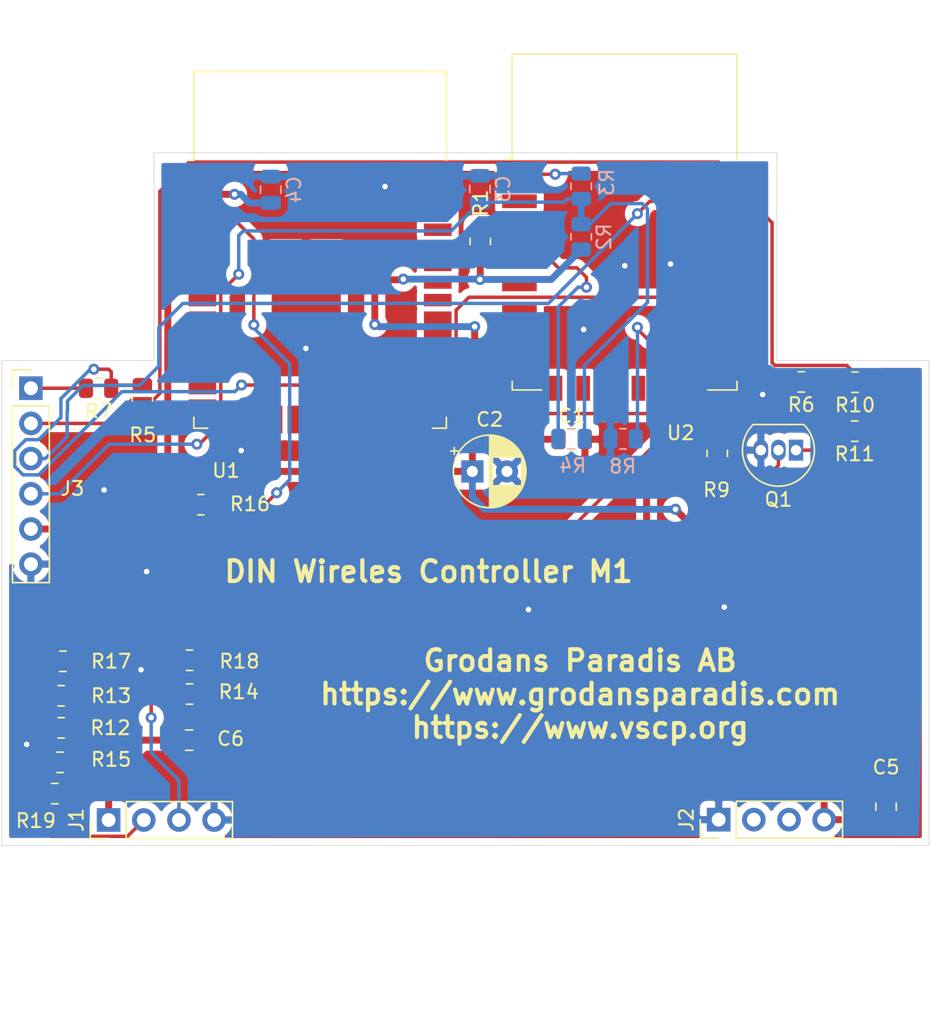
<source format=kicad_pcb>
(kicad_pcb (version 20171130) (host pcbnew 5.1.9+dfsg1-1)
  (layers (0 F.Cu signal) (31 B.Cu signal) (34 B.Paste user) (35 F.Paste user) (36 B.SilkS user) (37 F.SilkS user) (38 B.Mask user) (39 F.Mask user) (44 Edge.Cuts user))
  (net 0 "")
  (net 1 "Net-(J1-Pad3)")
  (net 2 "Net-(J1-Pad2)")
  (net 3 "Net-(J2-Pad3)")
  (net 4 "Net-(J2-Pad2)")
  (net 5 "Net-(Q1-Pad1)")
  (net 6 "Net-(U1-Pad37)")
  (net 7 "Net-(U1-Pad36)")
  (net 8 "Net-(U1-Pad35)")
  (net 9 "Net-(U1-Pad34)")
  (net 10 "Net-(U1-Pad33)")
  (net 11 "Net-(U1-Pad32)")
  (net 12 "Net-(U1-Pad31)")
  (net 13 "Net-(U1-Pad30)")
  (net 14 "Net-(U1-Pad29)")
  (net 15 "Net-(U1-Pad28)")
  (net 16 "Net-(U1-Pad27)")
  (net 17 "Net-(U1-Pad26)")
  (net 18 "Net-(U1-Pad25)")
  (net 19 "Net-(U1-Pad24)")
  (net 20 "Net-(U1-Pad23)")
  (net 21 "Net-(U1-Pad22)")
  (net 22 "Net-(U1-Pad21)")
  (net 23 "Net-(U1-Pad20)")
  (net 24 "Net-(U1-Pad19)")
  (net 25 "Net-(U1-Pad18)")
  (net 26 "Net-(U1-Pad17)")
  (net 27 "Net-(U1-Pad16)")
  (net 28 "Net-(U1-Pad14)")
  (net 29 "Net-(U1-Pad13)")
  (net 30 "Net-(U1-Pad12)")
  (net 31 "Net-(U1-Pad11)")
  (net 32 "Net-(U1-Pad10)")
  (net 33 "Net-(U1-Pad9)")
  (net 34 "Net-(U1-Pad8)")
  (net 35 "Net-(U1-Pad7)")
  (net 36 "Net-(U1-Pad6)")
  (net 37 "Net-(U1-Pad5)")
  (net 38 "Net-(U1-Pad4)")
  (net 39 GND)
  (net 40 VCC)
  (net 41 /RESET)
  (net 42 VDD)
  (net 43 "Net-(R1-Pad2)")
  (net 44 "Net-(R3-Pad1)")
  (net 45 "Net-(R4-Pad2)")
  (net 46 "Net-(R5-Pad2)")
  (net 47 "Net-(R6-Pad2)")
  (net 48 /FLASH)
  (net 49 "Net-(R8-Pad2)")
  (net 50 /RXD)
  (net 51 "Net-(R13-Pad2)")
  (net 52 "Net-(R14-Pad2)")
  (net 53 "Net-(R15-Pad1)")
  (net 54 "Net-(R16-Pad2)")
  (net 55 /TXD)
  (net 56 "Net-(U2-Pad20)")
  (net 57 "Net-(U2-Pad19)")
  (net 58 "Net-(U2-Pad14)")
  (net 59 "Net-(U2-Pad13)")
  (net 60 "Net-(U2-Pad12)")
  (net 61 "Net-(U2-Pad11)")
  (net 62 "Net-(U2-Pad10)")
  (net 63 "Net-(U2-Pad9)")
  (net 64 "Net-(U2-Pad7)")
  (net 65 "Net-(U2-Pad6)")
  (net 66 "Net-(U2-Pad5)")
  (net 67 "Net-(U2-Pad2)")
  (module Connector_PinHeader_2.54mm:PinHeader_1x06_P2.54mm_Vertical (layer F.Cu) (at 72.1106 86.995)
    (fp_text reference J3 (at 2.9972 7.239) (layer F.SilkS))
    (fp_text value Conn_01x06 hide)
    (pad 6 thru_hole oval (at 0 12.7) (size 1.7 1.7) (drill 1) (layers *.Cu *.Mask) (net 39 GND))
    (pad 5 thru_hole oval (at 0 10.16) (size 1.7 1.7) (drill 1) (layers *.Cu *.Mask) (net 40 VCC))
    (pad 4 thru_hole oval (at 0 7.62) (size 1.7 1.7) (drill 1) (layers *.Cu *.Mask) (net 41 /RESET))
    (pad 3 thru_hole oval (at 0 5.08) (size 1.7 1.7) (drill 1) (layers *.Cu *.Mask) (net 50 /RXD))
    (pad 2 thru_hole oval (at 0 2.54) (size 1.7 1.7) (drill 1) (layers *.Cu *.Mask) (net 55 /TXD))
    (pad 1 thru_hole rect (at 0 0) (size 1.7 1.7) (drill 1) (layers *.Cu *.Mask) (net 48 /FLASH))
  )
  (module Resistor_SMD:R_0805_2012Metric (layer F.Cu) (at 73.8378 116.2558)
    (fp_text reference R19 (at -1.3716 1.9558) (layer F.SilkS))
    (fp_text value 10K hide)
    (pad 2 smd roundrect (at 0.9125 0) (size 1.025 1.4) (layers F.Cu F.Paste F.Mask) (roundrect_rratio 0.2439014634146341) (net 40 VCC))
    (pad 1 smd roundrect (at -0.9125 0) (size 1.025 1.4) (layers F.Cu F.Paste F.Mask) (roundrect_rratio 0.2439014634146341) (net 53 "Net-(R15-Pad1)"))
  )
  (module RF_Module:ESP-12E (layer F.Cu) (at 115 75)
    (fp_text reference U2 (at 4.0498 15.2208) (layer F.SilkS))
    (fp_text value ESP-12E)
    (pad 22 smd rect (at 7.6 -3.5) (size 2.5 1) (layers F.Cu F.Paste F.Mask) (net 55 /TXD))
    (pad 21 smd rect (at 7.6 -1.5) (size 2.5 1) (layers F.Cu F.Paste F.Mask) (net 50 /RXD))
    (pad 20 smd rect (at 7.6 0.5) (size 2.5 1) (layers F.Cu F.Paste F.Mask) (net 56 "Net-(U2-Pad20)"))
    (pad 19 smd rect (at 7.6 2.5) (size 2.5 1) (layers F.Cu F.Paste F.Mask) (net 57 "Net-(U2-Pad19)"))
    (pad 18 smd rect (at 7.6 4.5) (size 2.5 1) (layers F.Cu F.Paste F.Mask) (net 46 "Net-(R5-Pad2)"))
    (pad 17 smd rect (at 7.6 6.5) (size 2.5 1) (layers F.Cu F.Paste F.Mask) (net 47 "Net-(R6-Pad2)"))
    (pad 16 smd rect (at 7.6 8.5) (size 2.5 1) (layers F.Cu F.Paste F.Mask) (net 49 "Net-(R8-Pad2)"))
    (pad 15 smd rect (at 7.6 10.5) (size 2.5 1) (layers F.Cu F.Paste F.Mask) (net 39 GND))
    (pad 14 smd rect (at 5 12) (size 1 1.8) (layers F.Cu F.Paste F.Mask) (net 58 "Net-(U2-Pad14)"))
    (pad 13 smd rect (at 3 12) (size 1 1.8) (layers F.Cu F.Paste F.Mask) (net 59 "Net-(U2-Pad13)"))
    (pad 12 smd rect (at 1 12) (size 1 1.8) (layers F.Cu F.Paste F.Mask) (net 60 "Net-(U2-Pad12)"))
    (pad 11 smd rect (at -1 12) (size 1 1.8) (layers F.Cu F.Paste F.Mask) (net 61 "Net-(U2-Pad11)"))
    (pad 10 smd rect (at -3 12) (size 1 1.8) (layers F.Cu F.Paste F.Mask) (net 62 "Net-(U2-Pad10)"))
    (pad 9 smd rect (at -5 12) (size 1 1.8) (layers F.Cu F.Paste F.Mask) (net 63 "Net-(U2-Pad9)"))
    (pad 8 smd rect (at -7.6 10.5) (size 2.5 1) (layers F.Cu F.Paste F.Mask) (net 40 VCC))
    (pad 7 smd rect (at -7.6 8.5) (size 2.5 1) (layers F.Cu F.Paste F.Mask) (net 64 "Net-(U2-Pad7)"))
    (pad 6 smd rect (at -7.6 6.5) (size 2.5 1) (layers F.Cu F.Paste F.Mask) (net 65 "Net-(U2-Pad6)"))
    (pad 5 smd rect (at -7.6 4.5) (size 2.5 1) (layers F.Cu F.Paste F.Mask) (net 66 "Net-(U2-Pad5)"))
    (pad 4 smd rect (at -7.6 2.5) (size 2.5 1) (layers F.Cu F.Paste F.Mask) (net 45 "Net-(R4-Pad2)"))
    (pad 3 smd rect (at -7.6 0.5) (size 2.5 1) (layers F.Cu F.Paste F.Mask) (net 43 "Net-(R1-Pad2)"))
    (pad 2 smd rect (at -7.6 -1.5) (size 2.5 1) (layers F.Cu F.Paste F.Mask) (net 67 "Net-(U2-Pad2)"))
    (pad 1 smd rect (at -7.6 -3.5) (size 2.5 1) (layers F.Cu F.Paste F.Mask) (net 44 "Net-(R3-Pad1)"))
  )
  (module Resistor_SMD:R_0805_2012Metric (layer F.Cu) (at 83.566 106.6292 180)
    (fp_text reference R18 (at -3.6068 -0.0762) (layer F.SilkS))
    (fp_text value 4k7 hide)
    (pad 2 smd roundrect (at 0.9125 0 180) (size 1.025 1.4) (layers F.Cu F.Paste F.Mask) (roundrect_rratio 0.2439014634146341) (net 40 VCC))
    (pad 1 smd roundrect (at -0.9125 0 180) (size 1.025 1.4) (layers F.Cu F.Paste F.Mask) (roundrect_rratio 0.2439014634146341) (net 52 "Net-(R14-Pad2)"))
  )
  (module Resistor_SMD:R_0805_2012Metric (layer F.Cu) (at 74.422 106.7054 180)
    (fp_text reference R17 (at -3.4798 0) (layer F.SilkS))
    (fp_text value 4k7 hide)
    (pad 2 smd roundrect (at 0.9125 0 180) (size 1.025 1.4) (layers F.Cu F.Paste F.Mask) (roundrect_rratio 0.2439014634146341) (net 40 VCC))
    (pad 1 smd roundrect (at -0.9125 0 180) (size 1.025 1.4) (layers F.Cu F.Paste F.Mask) (roundrect_rratio 0.2439014634146341) (net 51 "Net-(R13-Pad2)"))
  )
  (module Resistor_SMD:R_0805_2012Metric (layer F.Cu) (at 84.3788 95.4024)
    (fp_text reference R16 (at 3.556 -0.0508) (layer F.SilkS))
    (fp_text value 10K hide)
    (pad 2 smd roundrect (at 0.9125 0) (size 1.025 1.4) (layers F.Cu F.Paste F.Mask) (roundrect_rratio 0.2439014634146341) (net 54 "Net-(R16-Pad2)"))
    (pad 1 smd roundrect (at -0.9125 0) (size 1.025 1.4) (layers F.Cu F.Paste F.Mask) (roundrect_rratio 0.2439014634146341) (net 40 VCC))
  )
  (module Resistor_SMD:R_0805_2012Metric (layer F.Cu) (at 74.2169 113.9952)
    (fp_text reference R15 (at 3.6849 -0.2032) (layer F.SilkS))
    (fp_text value 0R hide)
    (pad 2 smd roundrect (at 0.9125 0) (size 1.025 1.4) (layers F.Cu F.Paste F.Mask) (roundrect_rratio 0.2439014634146341) (net 42 VDD))
    (pad 1 smd roundrect (at -0.9125 0) (size 1.025 1.4) (layers F.Cu F.Paste F.Mask) (roundrect_rratio 0.2439014634146341) (net 53 "Net-(R15-Pad1)"))
  )
  (module Resistor_SMD:R_0805_2012Metric (layer F.Cu) (at 83.566 109.0676)
    (fp_text reference R14 (at 3.556 -0.1524) (layer F.SilkS))
    (fp_text value 0R hide)
    (pad 2 smd roundrect (at 0.9125 0) (size 1.025 1.4) (layers F.Cu F.Paste F.Mask) (roundrect_rratio 0.2439014634146341) (net 52 "Net-(R14-Pad2)"))
    (pad 1 smd roundrect (at -0.9125 0) (size 1.025 1.4) (layers F.Cu F.Paste F.Mask) (roundrect_rratio 0.2439014634146341) (net 1 "Net-(J1-Pad3)"))
  )
  (module Resistor_SMD:R_0805_2012Metric (layer F.Cu) (at 74.2931 109.1946)
    (fp_text reference R13 (at 3.6087 0) (layer F.SilkS))
    (fp_text value 0R hide)
    (pad 2 smd roundrect (at 0.9125 0) (size 1.025 1.4) (layers F.Cu F.Paste F.Mask) (roundrect_rratio 0.2439014634146341) (net 51 "Net-(R13-Pad2)"))
    (pad 1 smd roundrect (at -0.9125 0) (size 1.025 1.4) (layers F.Cu F.Paste F.Mask) (roundrect_rratio 0.2439014634146341) (net 2 "Net-(J1-Pad2)"))
  )
  (module Resistor_SMD:R_0805_2012Metric (layer F.Cu) (at 74.295 111.506)
    (fp_text reference R12 (at 3.556 0) (layer F.SilkS))
    (fp_text value 0R hide)
    (pad 2 smd roundrect (at 0.9125 0) (size 1.025 1.4) (layers F.Cu F.Paste F.Mask) (roundrect_rratio 0.2439014634146341) (net 42 VDD))
    (pad 1 smd roundrect (at -0.9125 0) (size 1.025 1.4) (layers F.Cu F.Paste F.Mask) (roundrect_rratio 0.2439014634146341) (net 2 "Net-(J1-Pad2)"))
  )
  (module Resistor_SMD:R_0805_2012Metric (layer F.Cu) (at 131.6228 90.0938 180)
    (fp_text reference R11 (at 0 -1.65) (layer F.SilkS))
    (fp_text value 0 hide)
    (pad 2 smd roundrect (at 0.9125 0 180) (size 1.025 1.4) (layers F.Cu F.Paste F.Mask) (roundrect_rratio 0.2439014634146341) (net 50 /RXD))
    (pad 1 smd roundrect (at -0.9125 0 180) (size 1.025 1.4) (layers F.Cu F.Paste F.Mask) (roundrect_rratio 0.2439014634146341) (net 5 "Net-(Q1-Pad1)"))
  )
  (module Resistor_SMD:R_0805_2012Metric (layer F.Cu) (at 131.6463 86.5632 180)
    (fp_text reference R10 (at 0 -1.65) (layer F.SilkS))
    (fp_text value 10K hide)
    (pad 2 smd roundrect (at 0.9125 0 180) (size 1.025 1.4) (layers F.Cu F.Paste F.Mask) (roundrect_rratio 0.2439014634146341) (net 40 VCC))
    (pad 1 smd roundrect (at -0.9125 0 180) (size 1.025 1.4) (layers F.Cu F.Paste F.Mask) (roundrect_rratio 0.2439014634146341) (net 5 "Net-(Q1-Pad1)"))
  )
  (module Resistor_SMD:R_0805_2012Metric (layer F.Cu) (at 121.6914 91.694 90)
    (fp_text reference R9 (at -2.6416 -0.0508 180) (layer F.SilkS))
    (fp_text value 4k7 hide)
    (pad 2 smd roundrect (at 0.9125 0 90) (size 1.025 1.4) (layers F.Cu F.Paste F.Mask) (roundrect_rratio 0.2439014634146341) (net 42 VDD))
    (pad 1 smd roundrect (at -0.9125 0 90) (size 1.025 1.4) (layers F.Cu F.Paste F.Mask) (roundrect_rratio 0.2439014634146341) (net 1 "Net-(J1-Pad3)"))
  )
  (module Resistor_SMD:R_0805_2012Metric (layer B.Cu) (at 114.8842 90.6526)
    (fp_text reference R8 (at -0.0254 1.9812) (layer B.SilkS) (effects (justify mirror)))
    (fp_text value 10K hide)
    (pad 2 smd roundrect (at 0.9125 0) (size 1.025 1.4) (layers B.Cu B.Paste B.Mask) (roundrect_rratio 0.2439014634146341) (net 49 "Net-(R8-Pad2)"))
    (pad 1 smd roundrect (at -0.9125 0) (size 1.025 1.4) (layers B.Cu B.Paste B.Mask) (roundrect_rratio 0.2439014634146341) (net 39 GND))
  )
  (module Resistor_SMD:R_0805_2012Metric (layer F.Cu) (at 77 87 180)
    (fp_text reference R7 (at 0 -1.65) (layer F.SilkS))
    (fp_text value 470 hide)
    (pad 2 smd roundrect (at 0.9125 0 180) (size 1.025 1.4) (layers F.Cu F.Paste F.Mask) (roundrect_rratio 0.2439014634146341) (net 48 /FLASH))
    (pad 1 smd roundrect (at -0.9125 0 180) (size 1.025 1.4) (layers F.Cu F.Paste F.Mask) (roundrect_rratio 0.2439014634146341) (net 46 "Net-(R5-Pad2)"))
  )
  (module Resistor_SMD:R_0805_2012Metric (layer F.Cu) (at 127.762 86.5378 180)
    (fp_text reference R6 (at 0 -1.65) (layer F.SilkS))
    (fp_text value 10K hide)
    (pad 2 smd roundrect (at 0.9125 0 180) (size 1.025 1.4) (layers F.Cu F.Paste F.Mask) (roundrect_rratio 0.2439014634146341) (net 47 "Net-(R6-Pad2)"))
    (pad 1 smd roundrect (at -0.9125 0 180) (size 1.025 1.4) (layers F.Cu F.Paste F.Mask) (roundrect_rratio 0.2439014634146341) (net 40 VCC))
  )
  (module Resistor_SMD:R_0805_2012Metric (layer F.Cu) (at 80.1624 87.6808 90)
    (fp_text reference R5 (at -2.6924 0.0254 180) (layer F.SilkS))
    (fp_text value 10K hide)
    (pad 2 smd roundrect (at 0.9125 0 90) (size 1.025 1.4) (layers F.Cu F.Paste F.Mask) (roundrect_rratio 0.2439014634146341) (net 46 "Net-(R5-Pad2)"))
    (pad 1 smd roundrect (at -0.9125 0 90) (size 1.025 1.4) (layers F.Cu F.Paste F.Mask) (roundrect_rratio 0.2439014634146341) (net 40 VCC))
  )
  (module Capacitor_SMD:C_0805_2012Metric (layer B.Cu) (at 111.1504 90.6526 180)
    (fp_text reference R4 (at -0.1016 -1.9304) (layer B.SilkS) (effects (justify mirror)))
    (fp_text value 470 hide)
    (pad 2 smd roundrect (at 0.95 0 180) (size 1 1.45) (layers B.Cu B.Paste B.Mask) (net 45 "Net-(R4-Pad2)"))
    (pad 1 smd roundrect (at -0.95 0 180) (size 1 1.45) (layers B.Cu B.Paste B.Mask) (net 41 /RESET))
  )
  (module Resistor_SMD:R_0805_2012Metric (layer B.Cu) (at 111.8616 72.4154 270)
    (fp_text reference R3 (at -0.2794 -1.8542 270) (layer B.SilkS) (effects (justify mirror)))
    (fp_text value 470 hide)
    (pad 2 smd roundrect (at 0.9125 0 270) (size 1.025 1.4) (layers B.Cu B.Paste B.Mask) (roundrect_rratio 0.2439014634146341) (net 41 /RESET))
    (pad 1 smd roundrect (at -0.9125 0 270) (size 1.025 1.4) (layers B.Cu B.Paste B.Mask) (roundrect_rratio 0.2439014634146341) (net 44 "Net-(R3-Pad1)"))
  )
  (module Resistor_SMD:R_0805_2012Metric (layer B.Cu) (at 111.8616 76.073 90)
    (fp_text reference R2 (at 0 1.65 90) (layer B.SilkS) (effects (justify mirror)))
    (fp_text value 10K hide)
    (pad 2 smd roundrect (at 0.9125 0 90) (size 1.025 1.4) (layers B.Cu B.Paste B.Mask) (roundrect_rratio 0.2439014634146341) (net 41 /RESET))
    (pad 1 smd roundrect (at -0.9125 0 90) (size 1.025 1.4) (layers B.Cu B.Paste B.Mask) (roundrect_rratio 0.2439014634146341) (net 40 VCC))
  )
  (module Resistor_SMD:R_0805_2012Metric (layer F.Cu) (at 104.5718 76.4032 90)
    (fp_text reference R1 (at 2.7686 0.0254 90) (layer F.SilkS))
    (fp_text value 10K hide)
    (pad 2 smd roundrect (at 0.9125 0 90) (size 1.025 1.4) (layers F.Cu F.Paste F.Mask) (roundrect_rratio 0.2439014634146341) (net 43 "Net-(R1-Pad2)"))
    (pad 1 smd roundrect (at -0.9125 0 90) (size 1.025 1.4) (layers F.Cu F.Paste F.Mask) (roundrect_rratio 0.2439014634146341) (net 40 VCC))
  )
  (module Capacitor_SMD:C_0805_2012Metric (layer F.Cu) (at 83.5406 112.395)
    (fp_text reference C6 (at 2.9972 -0.1016) (layer F.SilkS))
    (fp_text value 100nF hide)
    (pad 2 smd roundrect (at 0.95 0) (size 1 1.45) (layers F.Cu F.Paste F.Mask) (net 39 GND))
    (pad 1 smd roundrect (at -0.95 0) (size 1 1.45) (layers F.Cu F.Paste F.Mask) (net 42 VDD))
  )
  (module Capacitor_SMD:C_0805_2012Metric (layer F.Cu) (at 133.8834 117.1956 90)
    (fp_text reference C5 (at 2.8448 0 180) (layer F.SilkS))
    (fp_text value 100nF hide)
    (pad 2 smd roundrect (at 0.95 0 90) (size 1 1.45) (layers F.Cu F.Paste F.Mask) (net 39 GND))
    (pad 1 smd roundrect (at -0.95 0 90) (size 1 1.45) (layers F.Cu F.Paste F.Mask) (net 40 VCC))
  )
  (module Capacitor_SMD:C_0805_2012Metric (layer B.Cu) (at 89.4334 72.6694 90)
    (fp_text reference C4 (at 0 1.68 90) (layer B.SilkS) (effects (justify mirror)))
    (fp_text value 100nF hide)
    (pad 2 smd roundrect (at 0.95 0 90) (size 1 1.45) (layers B.Cu B.Paste B.Mask) (net 39 GND))
    (pad 1 smd roundrect (at -0.95 0 90) (size 1 1.45) (layers B.Cu B.Paste B.Mask) (net 40 VCC))
  )
  (module Capacitor_SMD:C_0805_2012Metric (layer B.Cu) (at 104.5464 72.6186 90)
    (fp_text reference C3 (at 0 1.68 -90) (layer B.SilkS) (effects (justify mirror)))
    (fp_text value 100nF hide)
    (pad 2 smd roundrect (at 0.95 0 90) (size 1 1.45) (layers B.Cu B.Paste B.Mask) (net 39 GND))
    (pad 1 smd roundrect (at -0.95 0 90) (size 1 1.45) (layers B.Cu B.Paste B.Mask) (net 41 /RESET))
  )
  (module Capacitor_THT:CP_Radial_D5.0mm_P2.50mm (layer F.Cu) (at 104 93)
    (fp_text reference C2 (at 1.25 -3.75) (layer F.SilkS))
    (fp_text value 1000uF hide)
    (pad 2 thru_hole circle (at 2.5 0) (size 1.6 1.6) (drill 0.8) (layers *.Cu *.Mask) (net 39 GND))
    (pad 1 thru_hole rect (at 0 0) (size 1.6 1.6) (drill 0.8) (layers *.Cu *.Mask) (net 40 VCC))
  )
  (module Capacitor_SMD:C_0805_2012Metric (layer F.Cu) (at 111.186 90.678)
    (fp_text reference C1 (at 0 -1.68) (layer F.SilkS))
    (fp_text value 100nF hide)
    (pad 2 smd roundrect (at 0.95 0) (size 1 1.45) (layers F.Cu F.Paste F.Mask) (net 39 GND))
    (pad 1 smd roundrect (at -0.95 0) (size 1 1.45) (layers F.Cu F.Paste F.Mask) (net 40 VCC))
  )
  (module RF_Module:ESP32-WROOM-32 (layer F.Cu) (at 93 80)
    (fp_text reference U1 (at -6.7924 12.9386 180) (layer F.SilkS))
    (fp_text value ESP32-WROOM-32D)
    (pad 38 smd rect (at 8.5 -8.255) (size 2 0.9) (layers F.Cu F.Paste F.Mask) (net 39 GND))
    (pad 37 smd rect (at 8.5 -6.985) (size 2 0.9) (layers F.Cu F.Paste F.Mask) (net 6 "Net-(U1-Pad37)"))
    (pad 36 smd rect (at 8.5 -5.715) (size 2 0.9) (layers F.Cu F.Paste F.Mask) (net 7 "Net-(U1-Pad36)"))
    (pad 35 smd rect (at 8.5 -4.445) (size 2 0.9) (layers F.Cu F.Paste F.Mask) (net 8 "Net-(U1-Pad35)"))
    (pad 34 smd rect (at 8.5 -3.175) (size 2 0.9) (layers F.Cu F.Paste F.Mask) (net 9 "Net-(U1-Pad34)"))
    (pad 33 smd rect (at 8.5 -1.905) (size 2 0.9) (layers F.Cu F.Paste F.Mask) (net 10 "Net-(U1-Pad33)"))
    (pad 32 smd rect (at 8.5 -0.635) (size 2 0.9) (layers F.Cu F.Paste F.Mask) (net 11 "Net-(U1-Pad32)"))
    (pad 31 smd rect (at 8.5 0.635) (size 2 0.9) (layers F.Cu F.Paste F.Mask) (net 12 "Net-(U1-Pad31)"))
    (pad 30 smd rect (at 8.5 1.905) (size 2 0.9) (layers F.Cu F.Paste F.Mask) (net 13 "Net-(U1-Pad30)"))
    (pad 29 smd rect (at 8.5 3.175) (size 2 0.9) (layers F.Cu F.Paste F.Mask) (net 14 "Net-(U1-Pad29)"))
    (pad 28 smd rect (at 8.5 4.445) (size 2 0.9) (layers F.Cu F.Paste F.Mask) (net 15 "Net-(U1-Pad28)"))
    (pad 27 smd rect (at 8.5 5.715) (size 2 0.9) (layers F.Cu F.Paste F.Mask) (net 16 "Net-(U1-Pad27)"))
    (pad 26 smd rect (at 8.5 6.985) (size 2 0.9) (layers F.Cu F.Paste F.Mask) (net 17 "Net-(U1-Pad26)"))
    (pad 25 smd rect (at 8.5 8.255) (size 2 0.9) (layers F.Cu F.Paste F.Mask) (net 18 "Net-(U1-Pad25)"))
    (pad 24 smd rect (at 5.715 9.255 90) (size 2 0.9) (layers F.Cu F.Paste F.Mask) (net 19 "Net-(U1-Pad24)"))
    (pad 23 smd rect (at 4.445 9.255 90) (size 2 0.9) (layers F.Cu F.Paste F.Mask) (net 20 "Net-(U1-Pad23)"))
    (pad 22 smd rect (at 3.175 9.255 90) (size 2 0.9) (layers F.Cu F.Paste F.Mask) (net 21 "Net-(U1-Pad22)"))
    (pad 21 smd rect (at 1.905 9.255 90) (size 2 0.9) (layers F.Cu F.Paste F.Mask) (net 22 "Net-(U1-Pad21)"))
    (pad 20 smd rect (at 0.635 9.255 90) (size 2 0.9) (layers F.Cu F.Paste F.Mask) (net 23 "Net-(U1-Pad20)"))
    (pad 19 smd rect (at -0.635 9.255 90) (size 2 0.9) (layers F.Cu F.Paste F.Mask) (net 24 "Net-(U1-Pad19)"))
    (pad 18 smd rect (at -1.905 9.255 90) (size 2 0.9) (layers F.Cu F.Paste F.Mask) (net 25 "Net-(U1-Pad18)"))
    (pad 17 smd rect (at -3.175 9.255 90) (size 2 0.9) (layers F.Cu F.Paste F.Mask) (net 26 "Net-(U1-Pad17)"))
    (pad 16 smd rect (at -4.445 9.255 90) (size 2 0.9) (layers F.Cu F.Paste F.Mask) (net 27 "Net-(U1-Pad16)"))
    (pad 15 smd rect (at -5.715 9.255 90) (size 2 0.9) (layers F.Cu F.Paste F.Mask) (net 39 GND))
    (pad 14 smd rect (at -8.5 8.255) (size 2 0.9) (layers F.Cu F.Paste F.Mask) (net 28 "Net-(U1-Pad14)"))
    (pad 13 smd rect (at -8.5 6.985) (size 2 0.9) (layers F.Cu F.Paste F.Mask) (net 29 "Net-(U1-Pad13)"))
    (pad 12 smd rect (at -8.5 5.715) (size 2 0.9) (layers F.Cu F.Paste F.Mask) (net 30 "Net-(U1-Pad12)"))
    (pad 11 smd rect (at -8.5 4.445) (size 2 0.9) (layers F.Cu F.Paste F.Mask) (net 31 "Net-(U1-Pad11)"))
    (pad 10 smd rect (at -8.5 3.175) (size 2 0.9) (layers F.Cu F.Paste F.Mask) (net 32 "Net-(U1-Pad10)"))
    (pad 9 smd rect (at -8.5 1.905) (size 2 0.9) (layers F.Cu F.Paste F.Mask) (net 33 "Net-(U1-Pad9)"))
    (pad 8 smd rect (at -8.5 0.635) (size 2 0.9) (layers F.Cu F.Paste F.Mask) (net 34 "Net-(U1-Pad8)"))
    (pad 7 smd rect (at -8.5 -0.635) (size 2 0.9) (layers F.Cu F.Paste F.Mask) (net 35 "Net-(U1-Pad7)"))
    (pad 6 smd rect (at -8.5 -1.905) (size 2 0.9) (layers F.Cu F.Paste F.Mask) (net 36 "Net-(U1-Pad6)"))
    (pad 5 smd rect (at -8.5 -3.175) (size 2 0.9) (layers F.Cu F.Paste F.Mask) (net 37 "Net-(U1-Pad5)"))
    (pad 4 smd rect (at -8.5 -4.445) (size 2 0.9) (layers F.Cu F.Paste F.Mask) (net 38 "Net-(U1-Pad4)"))
    (pad 3 smd rect (at -8.5 -5.715) (size 2 0.9) (layers F.Cu F.Paste F.Mask) (net 54 "Net-(R16-Pad2)"))
    (pad 2 smd rect (at -8.5 -6.985) (size 2 0.9) (layers F.Cu F.Paste F.Mask) (net 40 VCC))
    (pad 1 smd rect (at -8.5 -8.255) (size 2 0.9) (layers F.Cu F.Paste F.Mask) (net 39 GND))
    (pad 39 smd rect (at -1 -0.755) (size 5 5) (layers F.Cu F.Paste F.Mask) (net 39 GND))
  )
  (module Package_TO_SOT_THT:TO-92_Inline (layer F.Cu) (at 127.381 91.4654 180)
    (fp_text reference Q1 (at 1.27 -3.56) (layer F.SilkS))
    (fp_text value BC547 hide)
    (pad 1 thru_hole rect (at 0 0 180) (size 1.05 1.5) (drill 0.75) (layers *.Cu *.Mask) (net 5 "Net-(Q1-Pad1)"))
    (pad 3 thru_hole oval (at 2.54 0 180) (size 1.05 1.5) (drill 0.75) (layers *.Cu *.Mask) (net 39 GND))
    (pad 2 thru_hole oval (at 1.27 0 180) (size 1.05 1.5) (drill 0.75) (layers *.Cu *.Mask) (net 1 "Net-(J1-Pad3)"))
  )
  (module Connector_PinHeader_2.54mm:PinHeader_1x04_P2.54mm_Vertical (layer F.Cu) (at 121.793 118.1354 90)
    (fp_text reference J2 (at 0 -2.33 90) (layer F.SilkS))
    (fp_text value Conn_01x04_Right hide)
    (pad 4 thru_hole oval (at 0 7.62 90) (size 1.7 1.7) (drill 1) (layers *.Cu *.Mask) (net 40 VCC))
    (pad 3 thru_hole oval (at 0 5.08 90) (size 1.7 1.7) (drill 1) (layers *.Cu *.Mask) (net 3 "Net-(J2-Pad3)"))
    (pad 2 thru_hole oval (at 0 2.54 90) (size 1.7 1.7) (drill 1) (layers *.Cu *.Mask) (net 4 "Net-(J2-Pad2)"))
    (pad 1 thru_hole rect (at 0 0 90) (size 1.7 1.7) (drill 1) (layers *.Cu *.Mask) (net 39 GND))
  )
  (module Connector_PinHeader_2.54mm:PinHeader_1x04_P2.54mm_Vertical (layer F.Cu) (at 77.724 118.1608 90)
    (fp_text reference J1 (at 0 -2.33 90) (layer F.SilkS))
    (fp_text value Conn_01x04_Left hide)
    (pad 4 thru_hole oval (at 0 7.62 90) (size 1.7 1.7) (drill 1) (layers *.Cu *.Mask) (net 39 GND))
    (pad 3 thru_hole oval (at 0 5.08 90) (size 1.7 1.7) (drill 1) (layers *.Cu *.Mask) (net 1 "Net-(J1-Pad3)"))
    (pad 2 thru_hole oval (at 0 2.54 90) (size 1.7 1.7) (drill 1) (layers *.Cu *.Mask) (net 2 "Net-(J1-Pad2)"))
    (pad 1 thru_hole rect (at 0 0 90) (size 1.7 1.7) (drill 1) (layers *.Cu *.Mask) (net 42 VDD))
  )
  (gr_text "Grodans Paradis AB\nhttps://www.grodansparadis.com\nhttps://www.vscp.org" (at 111.7854 109.0676) (layer F.SilkS) (effects (font (size 1.5 1.5) (thickness 0.3))))
  (gr_text "DIN Wireles Controller M1" (at 100.838 100.2284) (layer F.SilkS) (effects (font (size 1.5 1.5) (thickness 0.3))))
  (gr_line (start 70 85) (end 70 120) (layer Edge.Cuts) (width 0.05))
  (gr_line (start 81 85) (end 70 85) (layer Edge.Cuts) (width 0.05))
  (gr_line (start 81 81) (end 81 85) (layer Edge.Cuts) (width 0.05))
  (gr_line (start 81 70) (end 81 81) (layer Edge.Cuts) (width 0.05))
  (gr_line (start 126 70) (end 81 70) (layer Edge.Cuts) (width 0.05))
  (gr_line (start 126 85) (end 126 70) (layer Edge.Cuts) (width 0.05))
  (gr_line (start 137 85) (end 126 85) (layer Edge.Cuts) (width 0.05))
  (gr_line (start 137 120) (end 137 85) (layer Edge.Cuts) (width 0.05))
  (gr_line (start 70 120) (end 137 120) (layer Edge.Cuts) (width 0.05))
  (segment (start 121.6914 92.6065) (end 123.0611 92.6065) (width 0.25) (layer F.Cu) (net 1))
  (segment (start 123.0611 92.6065) (end 123.952 93.4974) (width 0.25) (layer F.Cu) (net 1))
  (segment (start 123.952 93.4974) (end 125.1712 93.4974) (width 0.25) (layer F.Cu) (net 1))
  (segment (start 126.111 92.5576) (end 126.111 91.4654) (width 0.25) (layer F.Cu) (net 1))
  (segment (start 125.1712 93.4974) (end 126.111 92.5576) (width 0.25) (layer F.Cu) (net 1))
  (segment (start 82.6535 109.0676) (end 81.3816 109.0676) (width 0.25) (layer F.Cu) (net 1))
  (via (at 80.7974 110.7694) (size 0.8) (drill 0.4) (layers F.Cu B.Cu) (net 1))
  (segment (start 80.7974 109.6518) (end 80.7974 110.7694) (width 0.25) (layer F.Cu) (net 1))
  (segment (start 81.3816 109.0676) (end 80.7974 109.6518) (width 0.25) (layer F.Cu) (net 1))
  (segment (start 80.7974 110.7694) (end 80.7974 113.284) (width 0.25) (layer B.Cu) (net 1))
  (segment (start 82.804 115.2906) (end 82.804 118.1608) (width 0.25) (layer B.Cu) (net 1))
  (segment (start 80.7974 113.284) (end 82.804 115.2906) (width 0.25) (layer B.Cu) (net 1))
  (segment (start 122.71641 91.58149) (end 121.6914 92.6065) (width 0.25) (layer F.Cu) (net 1))
  (segment (start 122.71641 90.28082) (end 122.71641 91.58149) (width 0.25) (layer F.Cu) (net 1))
  (segment (start 118.310224 89.94399) (end 122.37958 89.94399) (width 0.25) (layer F.Cu) (net 1))
  (segment (start 111.023014 97.2312) (end 118.310224 89.94399) (width 0.25) (layer F.Cu) (net 1))
  (segment (start 85.7504 97.2312) (end 111.023014 97.2312) (width 0.25) (layer F.Cu) (net 1))
  (segment (start 83.49101 108.23009) (end 83.49101 99.49059) (width 0.25) (layer F.Cu) (net 1))
  (segment (start 122.37958 89.94399) (end 122.71641 90.28082) (width 0.25) (layer F.Cu) (net 1))
  (segment (start 83.49101 99.49059) (end 85.7504 97.2312) (width 0.25) (layer F.Cu) (net 1))
  (segment (start 82.6535 109.0676) (end 83.49101 108.23009) (width 0.25) (layer F.Cu) (net 1))
  (segment (start 73.3825 109.1965) (end 73.3806 109.1946) (width 0.25) (layer F.Cu) (net 2))
  (segment (start 73.3825 111.506) (end 73.3825 109.1965) (width 0.25) (layer F.Cu) (net 2))
  (via (at 80.264 118.1608) (size 0.8) (drill 0.4) (layers F.Cu B.Cu) (net 2))
  (segment (start 79.088999 119.335801) (end 80.264 118.1608) (width 0.25) (layer F.Cu) (net 2))
  (segment (start 71.0692 116.84) (end 73.565001 119.335801) (width 0.25) (layer F.Cu) (net 2))
  (segment (start 71.0692 109.7026) (end 71.0692 116.84) (width 0.25) (layer F.Cu) (net 2))
  (segment (start 71.5772 109.1946) (end 71.0692 109.7026) (width 0.25) (layer F.Cu) (net 2))
  (segment (start 73.565001 119.335801) (end 79.088999 119.335801) (width 0.25) (layer F.Cu) (net 2))
  (segment (start 73.3806 109.1946) (end 71.5772 109.1946) (width 0.25) (layer F.Cu) (net 2))
  (segment (start 127.381 91.4654) (end 128.4224 91.4654) (width 0.25) (layer F.Cu) (net 5))
  (segment (start 128.4224 91.4654) (end 129.1336 92.1766) (width 0.25) (layer F.Cu) (net 5))
  (segment (start 129.1336 92.1766) (end 131.7498 92.1766) (width 0.25) (layer F.Cu) (net 5))
  (segment (start 132.5353 91.3911) (end 132.5353 90.0938) (width 0.25) (layer F.Cu) (net 5))
  (segment (start 131.7498 92.1766) (end 132.5353 91.3911) (width 0.25) (layer F.Cu) (net 5))
  (segment (start 132.5353 86.5867) (end 132.5588 86.5632) (width 0.25) (layer F.Cu) (net 5))
  (segment (start 132.5353 90.0938) (end 132.5353 86.5867) (width 0.25) (layer F.Cu) (net 5))
  (via (at 115.0112 78.1558) (size 0.8) (drill 0.4) (layers F.Cu B.Cu) (net 39))
  (via (at 108.0516 102.9716) (size 0.8) (drill 0.4) (layers F.Cu B.Cu) (net 39))
  (via (at 91.9734 84.1248) (size 0.8) (drill 0.4) (layers F.Cu B.Cu) (net 39))
  (via (at 87.2998 91.4908) (size 0.8) (drill 0.4) (layers F.Cu B.Cu) (net 39))
  (via (at 97.6884 72.4408) (size 0.8) (drill 0.4) (layers F.Cu B.Cu) (net 39))
  (via (at 122.1994 102.7938) (size 0.8) (drill 0.4) (layers F.Cu B.Cu) (net 39))
  (segment (start 122.0216 102.9716) (end 122.1994 102.7938) (width 0.25) (layer B.Cu) (net 39))
  (segment (start 108.0516 102.9716) (end 122.0216 102.9716) (width 0.25) (layer B.Cu) (net 39))
  (via (at 118.3132 78.0288) (size 0.8) (drill 0.4) (layers F.Cu B.Cu) (net 39))
  (segment (start 122.6 85.5) (end 123.2444 85.5) (width 0.25) (layer F.Cu) (net 39))
  (via (at 124.968 87.4522) (size 0.8) (drill 0.4) (layers F.Cu B.Cu) (net 39))
  (segment (start 124.968 87.2236) (end 124.968 87.4522) (width 0.25) (layer F.Cu) (net 39))
  (segment (start 123.2444 85.5) (end 124.968 87.2236) (width 0.25) (layer F.Cu) (net 39))
  (segment (start 124.968 91.3384) (end 124.841 91.4654) (width 0.25) (layer B.Cu) (net 39))
  (segment (start 124.968 87.4522) (end 124.968 91.3384) (width 0.25) (layer B.Cu) (net 39))
  (via (at 112.0394 82.7532) (size 0.8) (drill 0.4) (layers F.Cu B.Cu) (net 39))
  (segment (start 118.1862 78.1558) (end 118.3132 78.0288) (width 0.25) (layer F.Cu) (net 39))
  (segment (start 115.0112 78.1558) (end 118.1862 78.1558) (width 0.25) (layer F.Cu) (net 39))
  (via (at 80.4672 100.2284) (size 0.8) (drill 0.4) (layers F.Cu B.Cu) (net 39))
  (via (at 80.0608 107.315) (size 0.8) (drill 0.4) (layers F.Cu B.Cu) (net 39))
  (via (at 77.3938 94.3356) (size 0.8) (drill 0.4) (layers F.Cu B.Cu) (net 39))
  (via (at 71.8058 112.6998) (size 0.8) (drill 0.4) (layers F.Cu B.Cu) (net 39))
  (segment (start 104 93) (end 104 87) (width 0.5) (layer F.Cu) (net 40))
  (segment (start 105.5 85.5) (end 107.4 85.5) (width 0.5) (layer F.Cu) (net 40))
  (segment (start 104 87) (end 105.5 85.5) (width 0.5) (layer F.Cu) (net 40))
  (segment (start 104 93) (end 83 93) (width 0.5) (layer F.Cu) (net 40))
  (segment (start 83 93) (end 82 92) (width 0.5) (layer F.Cu) (net 40))
  (segment (start 83 73.015) (end 84.5 73.015) (width 0.5) (layer F.Cu) (net 40))
  (segment (start 82 74.015) (end 83 73.015) (width 0.5) (layer F.Cu) (net 40))
  (segment (start 89.4334 73.6194) (end 87.8942 73.6194) (width 0.5) (layer B.Cu) (net 40))
  (via (at 86.8172 72.9996) (size 0.8) (drill 0.4) (layers F.Cu B.Cu) (net 40))
  (segment (start 87.2744 72.9996) (end 86.8172 72.9996) (width 0.5) (layer B.Cu) (net 40))
  (segment (start 87.8942 73.6194) (end 87.2744 72.9996) (width 0.5) (layer B.Cu) (net 40))
  (segment (start 84.5154 72.9996) (end 84.5 73.015) (width 0.5) (layer F.Cu) (net 40))
  (segment (start 86.8172 72.9996) (end 84.5154 72.9996) (width 0.5) (layer F.Cu) (net 40))
  (segment (start 110.236 90.678) (end 108.9406 90.678) (width 0.5) (layer F.Cu) (net 40))
  (segment (start 107.4 89.1374) (end 107.4 85.5) (width 0.5) (layer F.Cu) (net 40))
  (segment (start 108.9406 90.678) (end 107.4 89.1374) (width 0.5) (layer F.Cu) (net 40))
  (segment (start 104.5718 77.3157) (end 104.5718 79.0702) (width 0.5) (layer F.Cu) (net 40))
  (via (at 104.5464 79.1464) (size 0.8) (drill 0.4) (layers F.Cu B.Cu) (net 40))
  (segment (start 104.5718 79.121) (end 104.5464 79.1464) (width 0.5) (layer F.Cu) (net 40))
  (segment (start 104.5718 79.0702) (end 104.5718 79.121) (width 0.5) (layer F.Cu) (net 40))
  (segment (start 76.845 97.155) (end 82 92) (width 0.5) (layer F.Cu) (net 40))
  (segment (start 72.1106 97.155) (end 76.845 97.155) (width 0.5) (layer F.Cu) (net 40))
  (segment (start 81.8037 88.5933) (end 82 88.7896) (width 0.25) (layer F.Cu) (net 40))
  (segment (start 80.1624 88.5933) (end 81.8037 88.5933) (width 0.25) (layer F.Cu) (net 40))
  (segment (start 82 88.7896) (end 82 74.015) (width 0.5) (layer F.Cu) (net 40))
  (segment (start 82 92) (end 82 88.7896) (width 0.5) (layer F.Cu) (net 40))
  (segment (start 128.6999 86.5632) (end 128.6745 86.5378) (width 0.25) (layer F.Cu) (net 40))
  (segment (start 130.7338 86.5632) (end 128.6999 86.5632) (width 0.25) (layer F.Cu) (net 40))
  (segment (start 128.6745 86.5378) (end 128.6745 87.6319) (width 0.25) (layer F.Cu) (net 40))
  (segment (start 128.6745 87.6319) (end 127.4826 88.8238) (width 0.25) (layer F.Cu) (net 40))
  (segment (start 107.7136 88.8238) (end 107.4 89.1374) (width 0.25) (layer F.Cu) (net 40))
  (segment (start 127.4826 88.8238) (end 107.7136 88.8238) (width 0.25) (layer F.Cu) (net 40))
  (segment (start 73.5095 106.7054) (end 73.5095 105.4081) (width 0.5) (layer F.Cu) (net 40))
  (segment (start 73.5095 105.4081) (end 74.295 104.6226) (width 0.5) (layer F.Cu) (net 40))
  (segment (start 74.295 104.6226) (end 81.8388 104.6226) (width 0.5) (layer F.Cu) (net 40))
  (segment (start 82.6535 105.4373) (end 82.6535 106.6292) (width 0.5) (layer F.Cu) (net 40))
  (segment (start 81.8388 104.6226) (end 82.6535 105.4373) (width 0.5) (layer F.Cu) (net 40))
  (segment (start 74.295 104.6226) (end 74.295 104.394) (width 0.5) (layer F.Cu) (net 40))
  (segment (start 76.845 101.844) (end 76.845 97.155) (width 0.5) (layer F.Cu) (net 40))
  (segment (start 74.295 104.394) (end 76.845 101.844) (width 0.5) (layer F.Cu) (net 40))
  (segment (start 74.22001 107.41591) (end 73.5095 106.7054) (width 0.25) (layer F.Cu) (net 40))
  (segment (start 74.22001 115.72551) (end 74.22001 107.41591) (width 0.25) (layer F.Cu) (net 40))
  (segment (start 74.7503 116.2558) (end 74.22001 115.72551) (width 0.25) (layer F.Cu) (net 40))
  (segment (start 133.8732 118.1354) (end 133.8834 118.1456) (width 0.5) (layer F.Cu) (net 40))
  (segment (start 129.413 118.1354) (end 133.8732 118.1354) (width 0.5) (layer F.Cu) (net 40))
  (segment (start 129.413 118.1354) (end 129.413 98.2472) (width 0.5) (layer F.Cu) (net 40))
  (segment (start 129.413 98.2472) (end 127.6858 96.52) (width 0.5) (layer F.Cu) (net 40))
  (via (at 118.6688 95.7326) (size 0.8) (drill 0.4) (layers F.Cu B.Cu) (net 40))
  (segment (start 119.4562 96.52) (end 118.6688 95.7326) (width 0.5) (layer F.Cu) (net 40))
  (segment (start 127.6858 96.52) (end 119.4562 96.52) (width 0.5) (layer F.Cu) (net 40))
  (segment (start 118.6688 95.7326) (end 104.8766 95.7326) (width 0.5) (layer B.Cu) (net 40))
  (segment (start 104 94.856) (end 104 93) (width 0.5) (layer B.Cu) (net 40))
  (segment (start 104.8766 95.7326) (end 104 94.856) (width 0.5) (layer B.Cu) (net 40))
  (segment (start 109.7007 79.1464) (end 111.8616 76.9855) (width 0.5) (layer B.Cu) (net 40))
  (segment (start 104.5464 79.1464) (end 109.7007 79.1464) (width 0.5) (layer B.Cu) (net 40))
  (segment (start 105.5 85.5) (end 105.5 84.7482) (width 0.5) (layer F.Cu) (net 40))
  (via (at 104.1654 82.55) (size 0.8) (drill 0.4) (layers F.Cu B.Cu) (net 40))
  (segment (start 104.1654 83.4136) (end 104.1654 82.55) (width 0.5) (layer F.Cu) (net 40))
  (segment (start 105.5 84.7482) (end 104.1654 83.4136) (width 0.5) (layer F.Cu) (net 40))
  (segment (start 104.1654 82.55) (end 97.2566 82.55) (width 0.5) (layer B.Cu) (net 40))
  (via (at 96.9518 82.3976) (size 0.8) (drill 0.4) (layers F.Cu B.Cu) (net 40))
  (segment (start 97.1042 82.3976) (end 96.9518 82.3976) (width 0.5) (layer B.Cu) (net 40))
  (segment (start 97.2566 82.55) (end 97.1042 82.3976) (width 0.5) (layer B.Cu) (net 40))
  (segment (start 96.9518 82.3976) (end 96.9518 79.7052) (width 0.5) (layer F.Cu) (net 40))
  (segment (start 96.9518 79.7052) (end 97.536 79.121) (width 0.5) (layer F.Cu) (net 40))
  (segment (start 97.536 79.121) (end 97.5868 79.1718) (width 0.5) (layer F.Cu) (net 40))
  (segment (start 98.9584 79.1718) (end 99.0092 79.121) (width 0.5) (layer F.Cu) (net 40))
  (via (at 99.0092 79.121) (size 0.8) (drill 0.4) (layers F.Cu B.Cu) (net 40))
  (segment (start 97.5868 79.1718) (end 98.9584 79.1718) (width 0.5) (layer F.Cu) (net 40))
  (segment (start 104.521 79.121) (end 104.5464 79.1464) (width 0.5) (layer B.Cu) (net 40))
  (segment (start 99.0092 79.121) (end 104.521 79.121) (width 0.5) (layer B.Cu) (net 40))
  (segment (start 83.4663 93.4663) (end 83 93) (width 0.25) (layer F.Cu) (net 40))
  (segment (start 83.4663 95.4024) (end 83.4663 93.4663) (width 0.25) (layer F.Cu) (net 40))
  (segment (start 111.8616 75.1605) (end 111.8616 73.3279) (width 0.5) (layer B.Cu) (net 41))
  (segment (start 111.8616 73.3279) (end 110.8475 73.3279) (width 0.25) (layer B.Cu) (net 41))
  (segment (start 110.6068 73.5686) (end 104.5464 73.5686) (width 0.25) (layer B.Cu) (net 41))
  (segment (start 110.8475 73.3279) (end 110.6068 73.5686) (width 0.25) (layer B.Cu) (net 41))
  (segment (start 111.8616 75.1605) (end 112.4947 75.1605) (width 0.25) (layer B.Cu) (net 41))
  (segment (start 112.1004 85.352998) (end 112.1004 90.6526) (width 0.25) (layer B.Cu) (net 41))
  (segment (start 116.650601 80.802797) (end 112.1004 85.352998) (width 0.25) (layer B.Cu) (net 41))
  (segment (start 113.983601 73.671599) (end 116.273601 73.671599) (width 0.25) (layer B.Cu) (net 41))
  (segment (start 116.650601 74.048599) (end 116.650601 80.802797) (width 0.25) (layer B.Cu) (net 41))
  (segment (start 116.273601 73.671599) (end 116.650601 74.048599) (width 0.25) (layer B.Cu) (net 41))
  (segment (start 112.4947 75.1605) (end 113.983601 73.671599) (width 0.25) (layer B.Cu) (net 41))
  (segment (start 104.5464 73.5686) (end 102.4738 75.6412) (width 0.25) (layer B.Cu) (net 41))
  (segment (start 102.4738 75.6412) (end 87.4522 75.6412) (width 0.25) (layer B.Cu) (net 41))
  (segment (start 87.4522 75.6412) (end 87.122 75.9714) (width 0.25) (layer B.Cu) (net 41))
  (via (at 87.122 78.7654) (size 0.8) (drill 0.4) (layers F.Cu B.Cu) (net 41))
  (segment (start 87.122 75.9714) (end 87.122 78.7654) (width 0.25) (layer B.Cu) (net 41))
  (segment (start 85.825001 80.062399) (end 85.825001 89.485799) (width 0.25) (layer F.Cu) (net 41))
  (segment (start 87.122 78.7654) (end 85.825001 80.062399) (width 0.25) (layer F.Cu) (net 41))
  (segment (start 84.2772 91.0336) (end 84.0994 91.0336) (width 0.25) (layer F.Cu) (net 41))
  (via (at 84.0994 91.0336) (size 0.8) (drill 0.4) (layers F.Cu B.Cu) (net 41))
  (segment (start 85.825001 89.485799) (end 84.2772 91.0336) (width 0.25) (layer F.Cu) (net 41))
  (segment (start 84.0994 91.0336) (end 77.7494 91.0336) (width 0.25) (layer B.Cu) (net 41))
  (segment (start 74.168 94.615) (end 72.1106 94.615) (width 0.25) (layer B.Cu) (net 41))
  (segment (start 77.7494 91.0336) (end 74.168 94.615) (width 0.25) (layer B.Cu) (net 41))
  (segment (start 77.724 118.1608) (end 77.724 115.2144) (width 0.5) (layer F.Cu) (net 42))
  (segment (start 76.5048 113.9952) (end 75.1294 113.9952) (width 0.5) (layer F.Cu) (net 42))
  (segment (start 77.724 115.2144) (end 76.5048 113.9952) (width 0.5) (layer F.Cu) (net 42))
  (segment (start 75.1294 111.5841) (end 75.2075 111.506) (width 0.25) (layer F.Cu) (net 42))
  (segment (start 75.1294 113.9952) (end 75.1294 111.5841) (width 0.25) (layer F.Cu) (net 42))
  (segment (start 77.724 115.2144) (end 77.724 114.7826) (width 0.5) (layer F.Cu) (net 42))
  (segment (start 80.1116 112.395) (end 82.5906 112.395) (width 0.5) (layer F.Cu) (net 42))
  (segment (start 77.724 114.7826) (end 80.1116 112.395) (width 0.5) (layer F.Cu) (net 42))
  (segment (start 82.5906 112.395) (end 82.5906 111.059) (width 0.5) (layer F.Cu) (net 42))
  (segment (start 82.5906 111.059) (end 82.931 110.7186) (width 0.5) (layer F.Cu) (net 42))
  (segment (start 82.931 110.7186) (end 109.2454 110.7186) (width 0.5) (layer F.Cu) (net 42))
  (segment (start 109.2454 110.7186) (end 116.586 103.378) (width 0.5) (layer F.Cu) (net 42))
  (segment (start 116.586 103.378) (end 116.586 92.4814) (width 0.5) (layer F.Cu) (net 42))
  (segment (start 118.2859 90.7815) (end 121.6914 90.7815) (width 0.5) (layer F.Cu) (net 42))
  (segment (start 116.586 92.4814) (end 118.2859 90.7815) (width 0.5) (layer F.Cu) (net 42))
  (segment (start 107.3907 75.4907) (end 107.4 75.5) (width 0.5) (layer F.Cu) (net 43))
  (segment (start 104.5718 75.4907) (end 107.3907 75.4907) (width 0.5) (layer F.Cu) (net 43))
  (via (at 109.982 71.5518) (size 0.8) (drill 0.4) (layers F.Cu B.Cu) (net 44))
  (segment (start 110.0309 71.5029) (end 109.982 71.5518) (width 0.25) (layer B.Cu) (net 44))
  (segment (start 111.8616 71.5029) (end 110.0309 71.5029) (width 0.25) (layer B.Cu) (net 44))
  (segment (start 107.4518 71.5518) (end 107.4 71.5) (width 0.25) (layer F.Cu) (net 44))
  (segment (start 109.982 71.5518) (end 107.4518 71.5518) (width 0.25) (layer F.Cu) (net 44))
  (segment (start 107.4 77.5) (end 109.4024 77.5) (width 0.25) (layer F.Cu) (net 45))
  (segment (start 109.4024 77.5) (end 110.2106 78.3082) (width 0.25) (layer F.Cu) (net 45))
  (segment (start 110.2106 78.3082) (end 111.5568 78.3082) (width 0.25) (layer F.Cu) (net 45))
  (via (at 112.2426 79.7052) (size 0.8) (drill 0.4) (layers F.Cu B.Cu) (net 45))
  (segment (start 112.2426 78.994) (end 112.2426 79.7052) (width 0.25) (layer F.Cu) (net 45))
  (segment (start 111.5568 78.3082) (end 112.2426 78.994) (width 0.25) (layer F.Cu) (net 45))
  (segment (start 112.2426 79.7052) (end 111.633 79.7052) (width 0.25) (layer B.Cu) (net 45))
  (segment (start 110.2004 81.1378) (end 110.2004 90.6526) (width 0.25) (layer B.Cu) (net 45))
  (segment (start 111.633 79.7052) (end 110.2004 81.1378) (width 0.25) (layer B.Cu) (net 45))
  (segment (start 78.1442 86.7683) (end 77.9125 87) (width 0.25) (layer F.Cu) (net 46))
  (segment (start 80.1624 86.7683) (end 78.1442 86.7683) (width 0.25) (layer F.Cu) (net 46))
  (segment (start 100.174999 88.166001) (end 98.775398 86.7664) (width 0.25) (layer F.Cu) (net 46))
  (segment (start 100.174999 88.965001) (end 100.174999 88.166001) (width 0.25) (layer F.Cu) (net 46))
  (segment (start 102.760001 89.030001) (end 100.239999 89.030001) (width 0.25) (layer F.Cu) (net 46))
  (segment (start 102.825001 88.965001) (end 102.760001 89.030001) (width 0.25) (layer F.Cu) (net 46))
  (segment (start 103.755202 80.430201) (end 102.825001 81.360402) (width 0.25) (layer F.Cu) (net 46))
  (segment (start 121.669799 80.430201) (end 103.755202 80.430201) (width 0.25) (layer F.Cu) (net 46))
  (segment (start 100.239999 89.030001) (end 100.174999 88.965001) (width 0.25) (layer F.Cu) (net 46))
  (segment (start 102.825001 81.360402) (end 102.825001 88.965001) (width 0.25) (layer F.Cu) (net 46))
  (segment (start 122.6 79.5) (end 121.669799 80.430201) (width 0.25) (layer F.Cu) (net 46))
  (via (at 87.3252 86.7664) (size 0.8) (drill 0.4) (layers F.Cu B.Cu) (net 46))
  (segment (start 93.936398 86.7664) (end 87.3252 86.7664) (width 0.25) (layer F.Cu) (net 46))
  (segment (start 98.775398 86.7664) (end 93.936398 86.7664) (width 0.25) (layer F.Cu) (net 46))
  (segment (start 72.674601 90.710001) (end 74.27679 89.107812) (width 0.25) (layer B.Cu) (net 46))
  (segment (start 70.935599 91.510999) (end 71.736597 90.710001) (width 0.25) (layer B.Cu) (net 46))
  (segment (start 71.736597 90.710001) (end 72.674601 90.710001) (width 0.25) (layer B.Cu) (net 46))
  (segment (start 71.546599 93.250001) (end 70.935599 92.639001) (width 0.25) (layer B.Cu) (net 46))
  (segment (start 70.935599 92.639001) (end 70.935599 91.510999) (width 0.25) (layer B.Cu) (net 46))
  (segment (start 72.674601 93.250001) (end 71.546599 93.250001) (width 0.25) (layer B.Cu) (net 46))
  (segment (start 74.27679 87.7484) (end 76.40179 85.6234) (width 0.25) (layer B.Cu) (net 46))
  (segment (start 78.682792 87.24181) (end 72.674601 93.250001) (width 0.25) (layer B.Cu) (net 46))
  (segment (start 74.27679 89.107812) (end 74.27679 87.7484) (width 0.25) (layer B.Cu) (net 46))
  (segment (start 86.84979 87.24181) (end 78.682792 87.24181) (width 0.25) (layer B.Cu) (net 46))
  (segment (start 87.3252 86.7664) (end 86.84979 87.24181) (width 0.25) (layer B.Cu) (net 46))
  (via (at 76.6572 85.625) (size 0.8) (drill 0.4) (layers F.Cu B.Cu) (net 46))
  (segment (start 76.6556 85.6234) (end 76.6572 85.625) (width 0.25) (layer B.Cu) (net 46))
  (segment (start 76.40179 85.6234) (end 76.6556 85.6234) (width 0.25) (layer B.Cu) (net 46))
  (segment (start 76.6572 85.625) (end 77.7256 85.625) (width 0.25) (layer F.Cu) (net 46))
  (segment (start 77.9125 85.8119) (end 77.9125 87) (width 0.25) (layer F.Cu) (net 46))
  (segment (start 77.7256 85.625) (end 77.9125 85.8119) (width 0.25) (layer F.Cu) (net 46))
  (segment (start 126.8495 86.5378) (end 126.1618 86.5378) (width 0.25) (layer F.Cu) (net 47))
  (segment (start 126.1618 86.5378) (end 124.8918 85.2678) (width 0.25) (layer F.Cu) (net 47))
  (segment (start 124.8918 85.2678) (end 124.8918 81.9912) (width 0.25) (layer F.Cu) (net 47))
  (segment (start 124.4006 81.5) (end 122.6 81.5) (width 0.25) (layer F.Cu) (net 47))
  (segment (start 124.8918 81.9912) (end 124.4006 81.5) (width 0.25) (layer F.Cu) (net 47))
  (segment (start 76.0825 86.995) (end 76.0875 87) (width 0.25) (layer F.Cu) (net 48))
  (segment (start 72.1106 86.995) (end 76.0825 86.995) (width 0.25) (layer F.Cu) (net 48))
  (segment (start 122.6 83.5) (end 116.6978 83.5) (width 0.25) (layer F.Cu) (net 49))
  (via (at 115.9256 82.6008) (size 0.8) (drill 0.4) (layers F.Cu B.Cu) (net 49))
  (segment (start 115.9256 82.7278) (end 115.9256 82.6008) (width 0.25) (layer F.Cu) (net 49))
  (segment (start 116.6978 83.5) (end 115.9256 82.7278) (width 0.25) (layer F.Cu) (net 49))
  (segment (start 115.9256 90.5237) (end 115.7967 90.6526) (width 0.25) (layer B.Cu) (net 49))
  (segment (start 115.9256 82.6008) (end 115.9256 90.5237) (width 0.25) (layer B.Cu) (net 49))
  (segment (start 124.1 73.5) (end 122.6 73.5) (width 0.25) (layer F.Cu) (net 50))
  (segment (start 125.64999 75.04999) (end 124.1 73.5) (width 0.25) (layer F.Cu) (net 50))
  (segment (start 125.64999 85.144978) (end 125.64999 75.04999) (width 0.25) (layer F.Cu) (net 50))
  (segment (start 125.855022 85.35001) (end 125.64999 85.144978) (width 0.25) (layer F.Cu) (net 50))
  (segment (start 131.0463 85.35001) (end 125.855022 85.35001) (width 0.25) (layer F.Cu) (net 50))
  (segment (start 131.57131 85.87502) (end 131.0463 85.35001) (width 0.25) (layer F.Cu) (net 50))
  (segment (start 131.57131 89.23279) (end 131.57131 85.87502) (width 0.25) (layer F.Cu) (net 50))
  (segment (start 130.7103 90.0938) (end 131.57131 89.23279) (width 0.25) (layer F.Cu) (net 50))
  (via (at 115.9256 74.3966) (size 0.8) (drill 0.4) (layers F.Cu B.Cu) (net 50))
  (segment (start 116.8222 73.5) (end 115.9256 74.3966) (width 0.25) (layer F.Cu) (net 50))
  (segment (start 122.6 73.5) (end 116.8222 73.5) (width 0.25) (layer F.Cu) (net 50))
  (segment (start 115.9256 74.3966) (end 114.5032 75.819) (width 0.25) (layer B.Cu) (net 50))
  (segment (start 114.5032 75.86959) (end 109.49919 80.8736) (width 0.25) (layer B.Cu) (net 50))
  (segment (start 114.5032 75.819) (end 114.5032 75.86959) (width 0.25) (layer B.Cu) (net 50))
  (segment (start 109.49919 80.8736) (end 83.0834 80.8736) (width 0.25) (layer B.Cu) (net 50))
  (segment (start 81.35001 82.60699) (end 81.35001 85.40099) (width 0.25) (layer B.Cu) (net 50))
  (segment (start 83.0834 80.8736) (end 81.35001 82.60699) (width 0.25) (layer B.Cu) (net 50))
  (segment (start 81.35001 85.40099) (end 79.9592 86.7918) (width 0.25) (layer B.Cu) (net 50))
  (segment (start 79.9592 86.7918) (end 75.8698 86.7918) (width 0.25) (layer B.Cu) (net 50))
  (segment (start 75.8698 86.7918) (end 74.7522 87.9094) (width 0.25) (layer B.Cu) (net 50))
  (segment (start 74.7522 88.632402) (end 74.7268 88.657802) (width 0.25) (layer B.Cu) (net 50))
  (segment (start 74.7522 87.9094) (end 74.7522 88.632402) (width 0.25) (layer B.Cu) (net 50))
  (segment (start 74.7268 88.657802) (end 74.7268 90.5002) (width 0.25) (layer B.Cu) (net 50))
  (segment (start 73.152 92.075) (end 72.1106 92.075) (width 0.25) (layer B.Cu) (net 50))
  (segment (start 74.7268 90.5002) (end 73.152 92.075) (width 0.25) (layer B.Cu) (net 50))
  (segment (start 75.3345 109.0657) (end 75.2056 109.1946) (width 0.25) (layer F.Cu) (net 51))
  (segment (start 75.3345 106.7054) (end 75.3345 109.0657) (width 0.25) (layer F.Cu) (net 51))
  (segment (start 84.4785 106.6292) (end 84.4785 109.0676) (width 0.25) (layer F.Cu) (net 52))
  (segment (start 73.3044 115.8767) (end 72.9253 116.2558) (width 0.25) (layer F.Cu) (net 53))
  (segment (start 73.3044 113.9952) (end 73.3044 115.8767) (width 0.25) (layer F.Cu) (net 53))
  (segment (start 85.2913 95.4024) (end 89.0016 95.4024) (width 0.25) (layer F.Cu) (net 54))
  (via (at 89.8652 94.5388) (size 0.8) (drill 0.4) (layers F.Cu B.Cu) (net 54))
  (segment (start 89.0016 95.4024) (end 89.8652 94.5388) (width 0.25) (layer F.Cu) (net 54))
  (segment (start 89.8652 94.5388) (end 90.805 93.599) (width 0.25) (layer B.Cu) (net 54))
  (segment (start 90.805 93.599) (end 90.805 85.2424) (width 0.25) (layer B.Cu) (net 54))
  (segment (start 90.805 85.2424) (end 88.0618 82.4992) (width 0.25) (layer B.Cu) (net 54))
  (via (at 88.2142 82.423) (size 0.8) (drill 0.4) (layers F.Cu B.Cu) (net 54))
  (segment (start 88.138 82.4992) (end 88.2142 82.423) (width 0.25) (layer B.Cu) (net 54))
  (segment (start 88.0618 82.4992) (end 88.138 82.4992) (width 0.25) (layer B.Cu) (net 54))
  (segment (start 86.2738 74.285) (end 84.5 74.285) (width 0.25) (layer F.Cu) (net 54))
  (segment (start 88.2142 76.2254) (end 86.2738 74.285) (width 0.25) (layer F.Cu) (net 54))
  (segment (start 88.2142 82.423) (end 88.2142 76.2254) (width 0.25) (layer F.Cu) (net 54))
  (segment (start 121.774999 70.674999) (end 122.6 71.5) (width 0.25) (layer F.Cu) (net 55))
  (segment (start 83.534999 70.674999) (end 121.774999 70.674999) (width 0.25) (layer F.Cu) (net 55))
  (segment (start 81.42499 72.785008) (end 83.534999 70.674999) (width 0.25) (layer F.Cu) (net 55))
  (segment (start 81.42499 87.36829) (end 81.42499 72.785008) (width 0.25) (layer F.Cu) (net 55))
  (segment (start 81.03749 87.75579) (end 81.42499 87.36829) (width 0.25) (layer F.Cu) (net 55))
  (segment (start 79.47422 87.75579) (end 81.03749 87.75579) (width 0.25) (layer F.Cu) (net 55))
  (segment (start 77.69501 89.535) (end 79.47422 87.75579) (width 0.25) (layer F.Cu) (net 55))
  (segment (start 72.1106 89.535) (end 77.69501 89.535) (width 0.25) (layer F.Cu) (net 55))
  (zone (net 39) (net_name GND) (layer F.Cu) (connect_pads (clearance 0.508)) (min_thickness 0.254) (fill yes (arc_segments 32) (thermal_gap 0.508) (thermal_bridge_width 0.508))
    (polygon (pts (xy 125.5014 85.217) (xy 137.0838 85.09) (xy 136.8044 119.8372) (xy 70.0278 119.8372) (xy 70.4342 85.344) (xy 81.0514 85.6234) (xy 81.4832 70.8914) (xy 81.0514 70.8914) (xy 125.3744 70.485)))
  )
  (zone (net 39) (net_name GND) (layer B.Cu) (connect_pads (clearance 0.508)) (min_thickness 0.254) (fill yes (arc_segments 32) (thermal_gap 0.508) (thermal_bridge_width 0.508))
    (polygon (pts (xy 125.3744 85.3186) (xy 136.9568 85.4456) (xy 136.271 119.3292) (xy 70.3072 119.4562) (xy 70.3072 85.6488) (xy 81.3308 85.6488) (xy 81.3308 71.0692) (xy 81.4832 70.739) (xy 125.3744 70.612)))
  )
)
</source>
